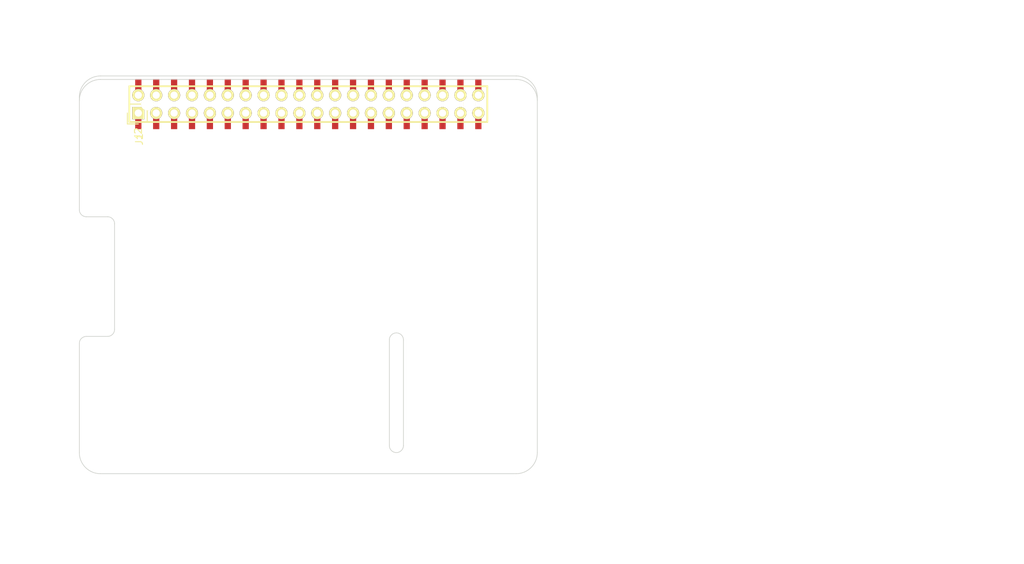
<source format=kicad_pcb>
(kicad_pcb (version 4) (host pcbnew 4.0.7)

  (general
    (links 0)
    (no_connects 0)
    (area -10.421428 -10.7 133.92857 69.475)
    (thickness 1.6)
    (drawings 40)
    (tracks 0)
    (zones 0)
    (modules 6)
    (nets 81)
  )

  (page A4)
  (layers
    (0 F.Cu signal)
    (31 B.Cu signal)
    (32 B.Adhes user)
    (33 F.Adhes user)
    (34 B.Paste user)
    (35 F.Paste user)
    (36 B.SilkS user)
    (37 F.SilkS user)
    (38 B.Mask user)
    (39 F.Mask user)
    (40 Dwgs.User user)
    (41 Cmts.User user)
    (42 Eco1.User user)
    (43 Eco2.User user)
    (44 Edge.Cuts user)
    (45 Margin user)
    (46 B.CrtYd user)
    (47 F.CrtYd user)
    (48 B.Fab user)
    (49 F.Fab user)
  )

  (setup
    (last_trace_width 0.25)
    (user_trace_width 0.01)
    (user_trace_width 0.02)
    (user_trace_width 0.05)
    (user_trace_width 0.1)
    (user_trace_width 0.2)
    (trace_clearance 0.2)
    (zone_clearance 0.508)
    (zone_45_only no)
    (trace_min 0.01)
    (segment_width 0.2)
    (edge_width 0.1)
    (via_size 0.6)
    (via_drill 0.4)
    (via_min_size 0.4)
    (via_min_drill 0.3)
    (uvia_size 0.3)
    (uvia_drill 0.1)
    (uvias_allowed no)
    (uvia_min_size 0.2)
    (uvia_min_drill 0.1)
    (pcb_text_width 0.3)
    (pcb_text_size 1.5 1.5)
    (mod_edge_width 0.15)
    (mod_text_size 1 1)
    (mod_text_width 0.15)
    (pad_size 2.75 2.75)
    (pad_drill 2.75)
    (pad_to_mask_clearance 0)
    (aux_axis_origin 0 0)
    (visible_elements 7FFEFFFF)
    (pcbplotparams
      (layerselection 0x00030_80000001)
      (usegerberextensions false)
      (excludeedgelayer true)
      (linewidth 0.100000)
      (plotframeref false)
      (viasonmask false)
      (mode 1)
      (useauxorigin false)
      (hpglpennumber 1)
      (hpglpenspeed 20)
      (hpglpendiameter 15)
      (hpglpenoverlay 2)
      (psnegative false)
      (psa4output false)
      (plotreference true)
      (plotvalue true)
      (plotinvisibletext false)
      (padsonsilk false)
      (subtractmaskfromsilk false)
      (outputformat 1)
      (mirror false)
      (drillshape 0)
      (scaleselection 1)
      (outputdirectory meta/))
  )

  (net 0 "")
  (net 1 "Net-(J1-Pad34)")
  (net 2 "Net-(J1-Pad36)")
  (net 3 "Net-(J1-Pad40)")
  (net 4 "Net-(J1-Pad38)")
  (net 5 "Net-(J1-Pad18)")
  (net 6 "Net-(J1-Pad20)")
  (net 7 "Net-(J1-Pad24)")
  (net 8 "Net-(J1-Pad22)")
  (net 9 "Net-(J1-Pad30)")
  (net 10 "Net-(J1-Pad32)")
  (net 11 "Net-(J1-Pad28)")
  (net 12 "Net-(J1-Pad26)")
  (net 13 "Net-(J1-Pad10)")
  (net 14 "Net-(J1-Pad12)")
  (net 15 "Net-(J1-Pad16)")
  (net 16 "Net-(J1-Pad14)")
  (net 17 "Net-(J1-Pad6)")
  (net 18 "Net-(J1-Pad8)")
  (net 19 "Net-(J1-Pad4)")
  (net 20 "Net-(J1-Pad2)")
  (net 21 "Net-(J1-Pad39)")
  (net 22 "Net-(J1-Pad37)")
  (net 23 "Net-(J1-Pad33)")
  (net 24 "Net-(J1-Pad35)")
  (net 25 "Net-(J1-Pad27)")
  (net 26 "Net-(J1-Pad25)")
  (net 27 "Net-(J1-Pad29)")
  (net 28 "Net-(J1-Pad31)")
  (net 29 "Net-(J1-Pad23)")
  (net 30 "Net-(J1-Pad21)")
  (net 31 "Net-(J1-Pad17)")
  (net 32 "Net-(J1-Pad19)")
  (net 33 "Net-(J1-Pad3)")
  (net 34 "Net-(J1-Pad1)")
  (net 35 "Net-(J1-Pad5)")
  (net 36 "Net-(J1-Pad7)")
  (net 37 "Net-(J1-Pad15)")
  (net 38 "Net-(J1-Pad13)")
  (net 39 "Net-(J1-Pad9)")
  (net 40 "Net-(J1-Pad11)")
  (net 41 "Net-(J2-Pad1)")
  (net 42 "Net-(J2-Pad2)")
  (net 43 "Net-(J2-Pad3)")
  (net 44 "Net-(J2-Pad4)")
  (net 45 "Net-(J2-Pad5)")
  (net 46 "Net-(J2-Pad6)")
  (net 47 "Net-(J2-Pad7)")
  (net 48 "Net-(J2-Pad8)")
  (net 49 "Net-(J2-Pad9)")
  (net 50 "Net-(J2-Pad10)")
  (net 51 "Net-(J2-Pad11)")
  (net 52 "Net-(J2-Pad12)")
  (net 53 "Net-(J2-Pad13)")
  (net 54 "Net-(J2-Pad14)")
  (net 55 "Net-(J2-Pad15)")
  (net 56 "Net-(J2-Pad16)")
  (net 57 "Net-(J2-Pad17)")
  (net 58 "Net-(J2-Pad18)")
  (net 59 "Net-(J2-Pad19)")
  (net 60 "Net-(J2-Pad20)")
  (net 61 "Net-(J2-Pad21)")
  (net 62 "Net-(J2-Pad22)")
  (net 63 "Net-(J2-Pad23)")
  (net 64 "Net-(J2-Pad24)")
  (net 65 "Net-(J2-Pad25)")
  (net 66 "Net-(J2-Pad26)")
  (net 67 "Net-(J2-Pad27)")
  (net 68 "Net-(J2-Pad28)")
  (net 69 "Net-(J2-Pad29)")
  (net 70 "Net-(J2-Pad30)")
  (net 71 "Net-(J2-Pad31)")
  (net 72 "Net-(J2-Pad32)")
  (net 73 "Net-(J2-Pad33)")
  (net 74 "Net-(J2-Pad34)")
  (net 75 "Net-(J2-Pad35)")
  (net 76 "Net-(J2-Pad36)")
  (net 77 "Net-(J2-Pad37)")
  (net 78 "Net-(J2-Pad38)")
  (net 79 "Net-(J2-Pad39)")
  (net 80 "Net-(J2-Pad40)")

  (net_class Default "This is the default net class."
    (clearance 0.2)
    (trace_width 0.25)
    (via_dia 0.6)
    (via_drill 0.4)
    (uvia_dia 0.3)
    (uvia_drill 0.1)
    (add_net "Net-(J1-Pad1)")
    (add_net "Net-(J1-Pad10)")
    (add_net "Net-(J1-Pad11)")
    (add_net "Net-(J1-Pad12)")
    (add_net "Net-(J1-Pad13)")
    (add_net "Net-(J1-Pad14)")
    (add_net "Net-(J1-Pad15)")
    (add_net "Net-(J1-Pad16)")
    (add_net "Net-(J1-Pad17)")
    (add_net "Net-(J1-Pad18)")
    (add_net "Net-(J1-Pad19)")
    (add_net "Net-(J1-Pad2)")
    (add_net "Net-(J1-Pad20)")
    (add_net "Net-(J1-Pad21)")
    (add_net "Net-(J1-Pad22)")
    (add_net "Net-(J1-Pad23)")
    (add_net "Net-(J1-Pad24)")
    (add_net "Net-(J1-Pad25)")
    (add_net "Net-(J1-Pad26)")
    (add_net "Net-(J1-Pad27)")
    (add_net "Net-(J1-Pad28)")
    (add_net "Net-(J1-Pad29)")
    (add_net "Net-(J1-Pad3)")
    (add_net "Net-(J1-Pad30)")
    (add_net "Net-(J1-Pad31)")
    (add_net "Net-(J1-Pad32)")
    (add_net "Net-(J1-Pad33)")
    (add_net "Net-(J1-Pad34)")
    (add_net "Net-(J1-Pad35)")
    (add_net "Net-(J1-Pad36)")
    (add_net "Net-(J1-Pad37)")
    (add_net "Net-(J1-Pad38)")
    (add_net "Net-(J1-Pad39)")
    (add_net "Net-(J1-Pad4)")
    (add_net "Net-(J1-Pad40)")
    (add_net "Net-(J1-Pad5)")
    (add_net "Net-(J1-Pad6)")
    (add_net "Net-(J1-Pad7)")
    (add_net "Net-(J1-Pad8)")
    (add_net "Net-(J1-Pad9)")
    (add_net "Net-(J2-Pad1)")
    (add_net "Net-(J2-Pad10)")
    (add_net "Net-(J2-Pad11)")
    (add_net "Net-(J2-Pad12)")
    (add_net "Net-(J2-Pad13)")
    (add_net "Net-(J2-Pad14)")
    (add_net "Net-(J2-Pad15)")
    (add_net "Net-(J2-Pad16)")
    (add_net "Net-(J2-Pad17)")
    (add_net "Net-(J2-Pad18)")
    (add_net "Net-(J2-Pad19)")
    (add_net "Net-(J2-Pad2)")
    (add_net "Net-(J2-Pad20)")
    (add_net "Net-(J2-Pad21)")
    (add_net "Net-(J2-Pad22)")
    (add_net "Net-(J2-Pad23)")
    (add_net "Net-(J2-Pad24)")
    (add_net "Net-(J2-Pad25)")
    (add_net "Net-(J2-Pad26)")
    (add_net "Net-(J2-Pad27)")
    (add_net "Net-(J2-Pad28)")
    (add_net "Net-(J2-Pad29)")
    (add_net "Net-(J2-Pad3)")
    (add_net "Net-(J2-Pad30)")
    (add_net "Net-(J2-Pad31)")
    (add_net "Net-(J2-Pad32)")
    (add_net "Net-(J2-Pad33)")
    (add_net "Net-(J2-Pad34)")
    (add_net "Net-(J2-Pad35)")
    (add_net "Net-(J2-Pad36)")
    (add_net "Net-(J2-Pad37)")
    (add_net "Net-(J2-Pad38)")
    (add_net "Net-(J2-Pad39)")
    (add_net "Net-(J2-Pad4)")
    (add_net "Net-(J2-Pad40)")
    (add_net "Net-(J2-Pad5)")
    (add_net "Net-(J2-Pad6)")
    (add_net "Net-(J2-Pad7)")
    (add_net "Net-(J2-Pad8)")
    (add_net "Net-(J2-Pad9)")
  )

  (module RPi_Hat:Pin_Header_Straight_2x20 locked (layer F.Cu) (tedit 551989BF) (tstamp 5516AEA0)
    (at 109.081 76.771 90)
    (descr "Through hole pin header")
    (tags "pin header")
    (path /5515D395/5516AE26)
    (fp_text reference J2 (at -4.191 -24.13 270) (layer F.SilkS)
      (effects (font (size 1 1) (thickness 0.15)))
    )
    (fp_text value RPi_GPIO (at -1.27 -27.23 90) (layer F.Fab)
      (effects (font (size 1 1) (thickness 0.15)))
    )
    (fp_line (start -3.02 -25.88) (end -3.02 25.92) (layer F.CrtYd) (width 0.05))
    (fp_line (start 3.03 -25.88) (end 3.03 25.92) (layer F.CrtYd) (width 0.05))
    (fp_line (start -3.02 -25.88) (end 3.03 -25.88) (layer F.CrtYd) (width 0.05))
    (fp_line (start -3.02 25.92) (end 3.03 25.92) (layer F.CrtYd) (width 0.05))
    (fp_line (start 2.54 25.4) (end 2.54 -25.4) (layer F.SilkS) (width 0.15))
    (fp_line (start -2.54 -22.86) (end -2.54 25.4) (layer F.SilkS) (width 0.15))
    (fp_line (start 2.54 25.4) (end -2.54 25.4) (layer F.SilkS) (width 0.15))
    (fp_line (start 2.54 -25.4) (end 0 -25.4) (layer F.SilkS) (width 0.15))
    (fp_line (start -1.27 -25.68) (end -2.82 -25.68) (layer F.SilkS) (width 0.15))
    (fp_line (start 0 -25.4) (end 0 -22.86) (layer F.SilkS) (width 0.15))
    (fp_line (start 0 -22.86) (end -2.54 -22.86) (layer F.SilkS) (width 0.15))
    (fp_line (start -2.82 -25.68) (end -2.82 -24.13) (layer F.SilkS) (width 0.15))
    (pad 1 thru_hole rect (at -1.27 -24.13 90) (size 1.7272 1.7272) (drill 1.016) (layers *.Cu *.Mask F.SilkS)
      (net 41 "Net-(J2-Pad1)"))
    (pad 2 thru_hole oval (at 1.27 -24.13 90) (size 1.7272 1.7272) (drill 1.016) (layers *.Cu *.Mask F.SilkS)
      (net 42 "Net-(J2-Pad2)"))
    (pad 3 thru_hole oval (at -1.27 -21.59 90) (size 1.7272 1.7272) (drill 1.016) (layers *.Cu *.Mask F.SilkS)
      (net 43 "Net-(J2-Pad3)"))
    (pad 4 thru_hole oval (at 1.27 -21.59 90) (size 1.7272 1.7272) (drill 1.016) (layers *.Cu *.Mask F.SilkS)
      (net 44 "Net-(J2-Pad4)"))
    (pad 5 thru_hole oval (at -1.27 -19.05 90) (size 1.7272 1.7272) (drill 1.016) (layers *.Cu *.Mask F.SilkS)
      (net 45 "Net-(J2-Pad5)"))
    (pad 6 thru_hole oval (at 1.27 -19.05 90) (size 1.7272 1.7272) (drill 1.016) (layers *.Cu *.Mask F.SilkS)
      (net 46 "Net-(J2-Pad6)"))
    (pad 7 thru_hole oval (at -1.27 -16.51 90) (size 1.7272 1.7272) (drill 1.016) (layers *.Cu *.Mask F.SilkS)
      (net 47 "Net-(J2-Pad7)"))
    (pad 8 thru_hole oval (at 1.27 -16.51 90) (size 1.7272 1.7272) (drill 1.016) (layers *.Cu *.Mask F.SilkS)
      (net 48 "Net-(J2-Pad8)"))
    (pad 9 thru_hole oval (at -1.27 -13.97 90) (size 1.7272 1.7272) (drill 1.016) (layers *.Cu *.Mask F.SilkS)
      (net 49 "Net-(J2-Pad9)"))
    (pad 10 thru_hole oval (at 1.27 -13.97 90) (size 1.7272 1.7272) (drill 1.016) (layers *.Cu *.Mask F.SilkS)
      (net 50 "Net-(J2-Pad10)"))
    (pad 11 thru_hole oval (at -1.27 -11.43 90) (size 1.7272 1.7272) (drill 1.016) (layers *.Cu *.Mask F.SilkS)
      (net 51 "Net-(J2-Pad11)"))
    (pad 12 thru_hole oval (at 1.27 -11.43 90) (size 1.7272 1.7272) (drill 1.016) (layers *.Cu *.Mask F.SilkS)
      (net 52 "Net-(J2-Pad12)"))
    (pad 13 thru_hole oval (at -1.27 -8.89 90) (size 1.7272 1.7272) (drill 1.016) (layers *.Cu *.Mask F.SilkS)
      (net 53 "Net-(J2-Pad13)"))
    (pad 14 thru_hole oval (at 1.27 -8.89 90) (size 1.7272 1.7272) (drill 1.016) (layers *.Cu *.Mask F.SilkS)
      (net 54 "Net-(J2-Pad14)"))
    (pad 15 thru_hole oval (at -1.27 -6.35 90) (size 1.7272 1.7272) (drill 1.016) (layers *.Cu *.Mask F.SilkS)
      (net 55 "Net-(J2-Pad15)"))
    (pad 16 thru_hole oval (at 1.27 -6.35 90) (size 1.7272 1.7272) (drill 1.016) (layers *.Cu *.Mask F.SilkS)
      (net 56 "Net-(J2-Pad16)"))
    (pad 17 thru_hole oval (at -1.27 -3.81 90) (size 1.7272 1.7272) (drill 1.016) (layers *.Cu *.Mask F.SilkS)
      (net 57 "Net-(J2-Pad17)"))
    (pad 18 thru_hole oval (at 1.27 -3.81 90) (size 1.7272 1.7272) (drill 1.016) (layers *.Cu *.Mask F.SilkS)
      (net 58 "Net-(J2-Pad18)"))
    (pad 19 thru_hole oval (at -1.27 -1.27 90) (size 1.7272 1.7272) (drill 1.016) (layers *.Cu *.Mask F.SilkS)
      (net 59 "Net-(J2-Pad19)"))
    (pad 20 thru_hole oval (at 1.27 -1.27 90) (size 1.7272 1.7272) (drill 1.016) (layers *.Cu *.Mask F.SilkS)
      (net 60 "Net-(J2-Pad20)"))
    (pad 21 thru_hole oval (at -1.27 1.27 90) (size 1.7272 1.7272) (drill 1.016) (layers *.Cu *.Mask F.SilkS)
      (net 61 "Net-(J2-Pad21)"))
    (pad 22 thru_hole oval (at 1.27 1.27 90) (size 1.7272 1.7272) (drill 1.016) (layers *.Cu *.Mask F.SilkS)
      (net 62 "Net-(J2-Pad22)"))
    (pad 23 thru_hole oval (at -1.27 3.81 90) (size 1.7272 1.7272) (drill 1.016) (layers *.Cu *.Mask F.SilkS)
      (net 63 "Net-(J2-Pad23)"))
    (pad 24 thru_hole oval (at 1.27 3.81 90) (size 1.7272 1.7272) (drill 1.016) (layers *.Cu *.Mask F.SilkS)
      (net 64 "Net-(J2-Pad24)"))
    (pad 25 thru_hole oval (at -1.27 6.35 90) (size 1.7272 1.7272) (drill 1.016) (layers *.Cu *.Mask F.SilkS)
      (net 65 "Net-(J2-Pad25)"))
    (pad 26 thru_hole oval (at 1.27 6.35 90) (size 1.7272 1.7272) (drill 1.016) (layers *.Cu *.Mask F.SilkS)
      (net 66 "Net-(J2-Pad26)"))
    (pad 27 thru_hole oval (at -1.27 8.89 90) (size 1.7272 1.7272) (drill 1.016) (layers *.Cu *.Mask F.SilkS)
      (net 67 "Net-(J2-Pad27)"))
    (pad 28 thru_hole oval (at 1.27 8.89 90) (size 1.7272 1.7272) (drill 1.016) (layers *.Cu *.Mask F.SilkS)
      (net 68 "Net-(J2-Pad28)"))
    (pad 29 thru_hole oval (at -1.27 11.43 90) (size 1.7272 1.7272) (drill 1.016) (layers *.Cu *.Mask F.SilkS)
      (net 69 "Net-(J2-Pad29)"))
    (pad 30 thru_hole oval (at 1.27 11.43 90) (size 1.7272 1.7272) (drill 1.016) (layers *.Cu *.Mask F.SilkS)
      (net 70 "Net-(J2-Pad30)"))
    (pad 31 thru_hole oval (at -1.27 13.97 90) (size 1.7272 1.7272) (drill 1.016) (layers *.Cu *.Mask F.SilkS)
      (net 71 "Net-(J2-Pad31)"))
    (pad 32 thru_hole oval (at 1.27 13.97 90) (size 1.7272 1.7272) (drill 1.016) (layers *.Cu *.Mask F.SilkS)
      (net 72 "Net-(J2-Pad32)"))
    (pad 33 thru_hole oval (at -1.27 16.51 90) (size 1.7272 1.7272) (drill 1.016) (layers *.Cu *.Mask F.SilkS)
      (net 73 "Net-(J2-Pad33)"))
    (pad 34 thru_hole oval (at 1.27 16.51 90) (size 1.7272 1.7272) (drill 1.016) (layers *.Cu *.Mask F.SilkS)
      (net 74 "Net-(J2-Pad34)"))
    (pad 35 thru_hole oval (at -1.27 19.05 90) (size 1.7272 1.7272) (drill 1.016) (layers *.Cu *.Mask F.SilkS)
      (net 75 "Net-(J2-Pad35)"))
    (pad 36 thru_hole oval (at 1.27 19.05 90) (size 1.7272 1.7272) (drill 1.016) (layers *.Cu *.Mask F.SilkS)
      (net 76 "Net-(J2-Pad36)"))
    (pad 37 thru_hole oval (at -1.27 21.59 90) (size 1.7272 1.7272) (drill 1.016) (layers *.Cu *.Mask F.SilkS)
      (net 77 "Net-(J2-Pad37)"))
    (pad 38 thru_hole oval (at 1.27 21.59 90) (size 1.7272 1.7272) (drill 1.016) (layers *.Cu *.Mask F.SilkS)
      (net 78 "Net-(J2-Pad38)"))
    (pad 39 thru_hole oval (at -1.27 24.13 90) (size 1.7272 1.7272) (drill 1.016) (layers *.Cu *.Mask F.SilkS)
      (net 79 "Net-(J2-Pad39)"))
    (pad 40 thru_hole oval (at 1.27 24.13 90) (size 1.7272 1.7272) (drill 1.016) (layers *.Cu *.Mask F.SilkS)
      (net 80 "Net-(J2-Pad40)"))
    (model Pin_Headers.3dshapes/Pin_Header_Straight_2x20.wrl
      (at (xyz 0 0 0))
      (scale (xyz 1 1 1))
      (rotate (xyz 0 0 90))
    )
  )

  (module RPi_Hat:Samtec_HLE-120-02-XXX-DV-BE-XX-XX locked (layer F.Cu) (tedit 55198B5B) (tstamp 55174A29)
    (at 109.081 76.771 90)
    (path /5515D395/5515D39E)
    (fp_text reference J1 (at -5 -24 90) (layer F.SilkS)
      (effects (font (size 1 1) (thickness 0.15)))
    )
    (fp_text value RPi_GPIO (at 5.08 0 360) (layer F.Fab)
      (effects (font (size 1 1) (thickness 0.15)))
    )
    (fp_line (start 2.54 25.4) (end -2.54 25.4) (layer F.SilkS) (width 0.254))
    (fp_line (start -2.54 25.4) (end -2.54 -25.4) (layer F.SilkS) (width 0.254))
    (fp_line (start -2.54 -25.4) (end 2.54 -25.4) (layer F.SilkS) (width 0.254))
    (fp_line (start 2.54 -25.4) (end 2.54 25.4) (layer F.SilkS) (width 0.254))
    (pad 34 smd rect (at 2.7178 16.51 180) (size 0.889 1.6764) (layers F.Cu F.Paste F.Mask)
      (net 1 "Net-(J1-Pad34)"))
    (pad 36 smd rect (at 2.7178 19.05 180) (size 0.889 1.6764) (layers F.Cu F.Paste F.Mask)
      (net 2 "Net-(J1-Pad36)"))
    (pad 40 smd rect (at 2.7178 24.13 180) (size 0.889 1.6764) (layers F.Cu F.Paste F.Mask)
      (net 3 "Net-(J1-Pad40)"))
    (pad 38 smd rect (at 2.7178 21.59 180) (size 0.889 1.6764) (layers F.Cu F.Paste F.Mask)
      (net 4 "Net-(J1-Pad38)"))
    (pad 18 smd rect (at 2.7178 -3.81 180) (size 0.889 1.6764) (layers F.Cu F.Paste F.Mask)
      (net 5 "Net-(J1-Pad18)"))
    (pad 20 smd rect (at 2.7178 -1.27 180) (size 0.889 1.6764) (layers F.Cu F.Paste F.Mask)
      (net 6 "Net-(J1-Pad20)"))
    (pad 24 smd rect (at 2.7178 3.81 180) (size 0.889 1.6764) (layers F.Cu F.Paste F.Mask)
      (net 7 "Net-(J1-Pad24)"))
    (pad 22 smd rect (at 2.7178 1.27 180) (size 0.889 1.6764) (layers F.Cu F.Paste F.Mask)
      (net 8 "Net-(J1-Pad22)"))
    (pad 30 smd rect (at 2.7178 11.43 180) (size 0.889 1.6764) (layers F.Cu F.Paste F.Mask)
      (net 9 "Net-(J1-Pad30)"))
    (pad 32 smd rect (at 2.7178 13.97 180) (size 0.889 1.6764) (layers F.Cu F.Paste F.Mask)
      (net 10 "Net-(J1-Pad32)"))
    (pad 28 smd rect (at 2.7178 8.89 180) (size 0.889 1.6764) (layers F.Cu F.Paste F.Mask)
      (net 11 "Net-(J1-Pad28)"))
    (pad 26 smd rect (at 2.7178 6.35 180) (size 0.889 1.6764) (layers F.Cu F.Paste F.Mask)
      (net 12 "Net-(J1-Pad26)"))
    (pad 10 smd rect (at 2.7178 -13.97 180) (size 0.889 1.6764) (layers F.Cu F.Paste F.Mask)
      (net 13 "Net-(J1-Pad10)"))
    (pad 12 smd rect (at 2.7178 -11.43 180) (size 0.889 1.6764) (layers F.Cu F.Paste F.Mask)
      (net 14 "Net-(J1-Pad12)"))
    (pad 16 smd rect (at 2.7178 -6.35 180) (size 0.889 1.6764) (layers F.Cu F.Paste F.Mask)
      (net 15 "Net-(J1-Pad16)"))
    (pad 14 smd rect (at 2.7178 -8.89 180) (size 0.889 1.6764) (layers F.Cu F.Paste F.Mask)
      (net 16 "Net-(J1-Pad14)"))
    (pad 6 smd rect (at 2.7178 -19.05 180) (size 0.889 1.6764) (layers F.Cu F.Paste F.Mask)
      (net 17 "Net-(J1-Pad6)"))
    (pad 8 smd rect (at 2.7178 -16.51 180) (size 0.889 1.6764) (layers F.Cu F.Paste F.Mask)
      (net 18 "Net-(J1-Pad8)"))
    (pad 4 smd rect (at 2.7178 -21.59 180) (size 0.889 1.6764) (layers F.Cu F.Paste F.Mask)
      (net 19 "Net-(J1-Pad4)"))
    (pad 2 smd rect (at 2.7178 -24.13 180) (size 0.889 1.6764) (layers F.Cu F.Paste F.Mask)
      (net 20 "Net-(J1-Pad2)"))
    (pad 39 smd rect (at -2.7178 24.13 180) (size 0.889 1.6764) (layers F.Cu F.Paste F.Mask)
      (net 21 "Net-(J1-Pad39)"))
    (pad 37 smd rect (at -2.7178 21.59 180) (size 0.889 1.6764) (layers F.Cu F.Paste F.Mask)
      (net 22 "Net-(J1-Pad37)"))
    (pad 33 smd rect (at -2.7178 16.51 180) (size 0.889 1.6764) (layers F.Cu F.Paste F.Mask)
      (net 23 "Net-(J1-Pad33)"))
    (pad 35 smd rect (at -2.7178 19.05 180) (size 0.889 1.6764) (layers F.Cu F.Paste F.Mask)
      (net 24 "Net-(J1-Pad35)"))
    (pad 27 smd rect (at -2.7178 8.89 180) (size 0.889 1.6764) (layers F.Cu F.Paste F.Mask)
      (net 25 "Net-(J1-Pad27)"))
    (pad 25 smd rect (at -2.7178 6.35 180) (size 0.889 1.6764) (layers F.Cu F.Paste F.Mask)
      (net 26 "Net-(J1-Pad25)"))
    (pad 29 smd rect (at -2.7178 11.43 180) (size 0.889 1.6764) (layers F.Cu F.Paste F.Mask)
      (net 27 "Net-(J1-Pad29)"))
    (pad 31 smd rect (at -2.7178 13.97 180) (size 0.889 1.6764) (layers F.Cu F.Paste F.Mask)
      (net 28 "Net-(J1-Pad31)"))
    (pad 23 smd rect (at -2.7178 3.81 180) (size 0.889 1.6764) (layers F.Cu F.Paste F.Mask)
      (net 29 "Net-(J1-Pad23)"))
    (pad 21 smd rect (at -2.7178 1.27 180) (size 0.889 1.6764) (layers F.Cu F.Paste F.Mask)
      (net 30 "Net-(J1-Pad21)"))
    (pad 17 smd rect (at -2.7178 -3.81 180) (size 0.889 1.6764) (layers F.Cu F.Paste F.Mask)
      (net 31 "Net-(J1-Pad17)"))
    (pad 19 smd rect (at -2.7178 -1.27 180) (size 0.889 1.6764) (layers F.Cu F.Paste F.Mask)
      (net 32 "Net-(J1-Pad19)"))
    (pad 3 smd rect (at -2.7178 -21.59 180) (size 0.889 1.6764) (layers F.Cu F.Paste F.Mask)
      (net 33 "Net-(J1-Pad3)"))
    (pad 1 smd rect (at -2.7178 -24.13 180) (size 0.889 1.6764) (layers F.Cu F.Paste F.Mask)
      (net 34 "Net-(J1-Pad1)"))
    (pad 5 smd rect (at -2.7178 -19.05 180) (size 0.889 1.6764) (layers F.Cu F.Paste F.Mask)
      (net 35 "Net-(J1-Pad5)"))
    (pad 7 smd rect (at -2.7178 -16.51 180) (size 0.889 1.6764) (layers F.Cu F.Paste F.Mask)
      (net 36 "Net-(J1-Pad7)"))
    (pad 15 smd rect (at -2.7178 -6.35 180) (size 0.889 1.6764) (layers F.Cu F.Paste F.Mask)
      (net 37 "Net-(J1-Pad15)"))
    (pad 13 smd rect (at -2.7178 -8.89 180) (size 0.889 1.6764) (layers F.Cu F.Paste F.Mask)
      (net 38 "Net-(J1-Pad13)"))
    (pad "" np_thru_hole circle (at -1.27 3.81) (size 0.9652 0.9652) (drill 0.9652) (layers *.Cu *.Mask F.SilkS))
    (pad "" np_thru_hole circle (at -1.27 1.27) (size 0.9652 0.9652) (drill 0.9652) (layers *.Cu *.Mask F.SilkS))
    (pad "" np_thru_hole circle (at -1.27 6.35) (size 0.9652 0.9652) (drill 0.9652) (layers *.Cu *.Mask F.SilkS))
    (pad "" np_thru_hole circle (at -1.27 8.89) (size 0.9652 0.9652) (drill 0.9652) (layers *.Cu *.Mask F.SilkS))
    (pad "" np_thru_hole circle (at -1.27 19.05) (size 0.9652 0.9652) (drill 0.9652) (layers *.Cu *.Mask F.SilkS))
    (pad "" np_thru_hole circle (at -1.27 16.51) (size 0.9652 0.9652) (drill 0.9652) (layers *.Cu *.Mask F.SilkS))
    (pad "" np_thru_hole circle (at -1.27 11.43) (size 0.9652 0.9652) (drill 0.9652) (layers *.Cu *.Mask F.SilkS))
    (pad "" np_thru_hole circle (at -1.27 13.97) (size 0.9652 0.9652) (drill 0.9652) (layers *.Cu *.Mask F.SilkS))
    (pad "" np_thru_hole circle (at -1.27 21.59) (size 0.9652 0.9652) (drill 0.9652) (layers *.Cu *.Mask F.SilkS))
    (pad "" np_thru_hole circle (at -1.27 24.13) (size 0.9652 0.9652) (drill 0.9652) (layers *.Cu *.Mask F.SilkS))
    (pad "" np_thru_hole circle (at -1.27 -1.27) (size 0.9652 0.9652) (drill 0.9652) (layers *.Cu *.Mask F.SilkS))
    (pad "" np_thru_hole circle (at -1.27 -3.81) (size 0.9652 0.9652) (drill 0.9652) (layers *.Cu *.Mask F.SilkS))
    (pad "" np_thru_hole circle (at -1.27 -11.43) (size 0.9652 0.9652) (drill 0.9652) (layers *.Cu *.Mask F.SilkS))
    (pad "" np_thru_hole circle (at -1.27 -13.97) (size 0.9652 0.9652) (drill 0.9652) (layers *.Cu *.Mask F.SilkS))
    (pad "" np_thru_hole circle (at -1.27 -8.89) (size 0.9652 0.9652) (drill 0.9652) (layers *.Cu *.Mask F.SilkS))
    (pad "" np_thru_hole circle (at -1.27 -6.35) (size 0.9652 0.9652) (drill 0.9652) (layers *.Cu *.Mask F.SilkS))
    (pad "" np_thru_hole circle (at -1.27 -16.51) (size 0.9652 0.9652) (drill 0.9652) (layers *.Cu *.Mask F.SilkS))
    (pad "" np_thru_hole circle (at -1.27 -19.05) (size 0.9652 0.9652) (drill 0.9652) (layers *.Cu *.Mask F.SilkS))
    (pad "" np_thru_hole circle (at -1.27 -24.13) (size 0.9652 0.9652) (drill 0.9652) (layers *.Cu *.Mask F.SilkS))
    (pad "" np_thru_hole circle (at -1.27 -21.59) (size 0.9652 0.9652) (drill 0.9652) (layers *.Cu *.Mask F.SilkS))
    (pad "" np_thru_hole circle (at 1.27 -21.59) (size 0.9652 0.9652) (drill 0.9652) (layers *.Cu *.Mask F.SilkS))
    (pad "" np_thru_hole circle (at 1.27 -24.13) (size 0.9652 0.9652) (drill 0.9652) (layers *.Cu *.Mask F.SilkS))
    (pad "" np_thru_hole circle (at 1.27 -19.05) (size 0.9652 0.9652) (drill 0.9652) (layers *.Cu *.Mask F.SilkS))
    (pad "" np_thru_hole circle (at 1.27 -16.51) (size 0.9652 0.9652) (drill 0.9652) (layers *.Cu *.Mask F.SilkS))
    (pad "" np_thru_hole circle (at 1.27 -6.35) (size 0.9652 0.9652) (drill 0.9652) (layers *.Cu *.Mask F.SilkS))
    (pad "" np_thru_hole circle (at 1.27 -8.89) (size 0.9652 0.9652) (drill 0.9652) (layers *.Cu *.Mask F.SilkS))
    (pad "" np_thru_hole circle (at 1.27 -13.97) (size 0.9652 0.9652) (drill 0.9652) (layers *.Cu *.Mask F.SilkS))
    (pad "" np_thru_hole circle (at 1.27 -11.43) (size 0.9652 0.9652) (drill 0.9652) (layers *.Cu *.Mask F.SilkS))
    (pad "" np_thru_hole circle (at 1.27 -3.81) (size 0.9652 0.9652) (drill 0.9652) (layers *.Cu *.Mask F.SilkS))
    (pad "" np_thru_hole circle (at 1.27 -1.27) (size 0.9652 0.9652) (drill 0.9652) (layers *.Cu *.Mask F.SilkS))
    (pad "" np_thru_hole circle (at 1.27 24.13) (size 0.9652 0.9652) (drill 0.9652) (layers *.Cu *.Mask F.SilkS))
    (pad "" np_thru_hole circle (at 1.27 21.59) (size 0.9652 0.9652) (drill 0.9652) (layers *.Cu *.Mask F.SilkS))
    (pad "" np_thru_hole circle (at 1.27 13.97) (size 0.9652 0.9652) (drill 0.9652) (layers *.Cu *.Mask F.SilkS))
    (pad "" np_thru_hole circle (at 1.27 11.43) (size 0.9652 0.9652) (drill 0.9652) (layers *.Cu *.Mask F.SilkS))
    (pad "" np_thru_hole circle (at 1.27 16.51) (size 0.9652 0.9652) (drill 0.9652) (layers *.Cu *.Mask F.SilkS))
    (pad "" np_thru_hole circle (at 1.27 19.05) (size 0.9652 0.9652) (drill 0.9652) (layers *.Cu *.Mask F.SilkS))
    (pad "" np_thru_hole circle (at 1.27 8.89) (size 0.9652 0.9652) (drill 0.9652) (layers *.Cu *.Mask F.SilkS))
    (pad "" np_thru_hole circle (at 1.27 6.35) (size 0.9652 0.9652) (drill 0.9652) (layers *.Cu *.Mask F.SilkS))
    (pad "" np_thru_hole circle (at 1.27 1.27) (size 0.9652 0.9652) (drill 0.9652) (layers *.Cu *.Mask F.SilkS))
    (pad "" np_thru_hole circle (at 1.27 3.81) (size 0.9652 0.9652) (drill 0.9652) (layers *.Cu *.Mask F.SilkS))
    (pad 9 smd rect (at -2.7178 -13.97 180) (size 0.889 1.6764) (layers F.Cu F.Paste F.Mask)
      (net 39 "Net-(J1-Pad9)"))
    (pad 11 smd rect (at -2.7178 -11.43 180) (size 0.889 1.6764) (layers F.Cu F.Paste F.Mask)
      (net 40 "Net-(J1-Pad11)"))
    (pad "" np_thru_hole circle (at 0 -22.86) (size 1.778 1.778) (drill 1.778) (layers *.Cu *.Mask F.SilkS))
    (pad "" np_thru_hole circle (at 0 22.86) (size 1.778 1.778) (drill 1.778) (layers *.Cu *.Mask F.SilkS))
  )

  (module RPi_Hat:RPi_Hat_Mounting_Hole locked (layer F.Cu) (tedit 55217C7B) (tstamp 5515DEA9)
    (at 138.081 76.771)
    (descr "Mounting hole, Befestigungsbohrung, 2,7mm, No Annular, Kein Restring,")
    (tags "Mounting hole, Befestigungsbohrung, 2,7mm, No Annular, Kein Restring,")
    (fp_text reference "" (at 0 -4.0005) (layer F.SilkS) hide
      (effects (font (size 1 1) (thickness 0.15)))
    )
    (fp_text value "" (at 0.09906 3.59918) (layer F.Fab) hide
      (effects (font (size 1 1) (thickness 0.15)))
    )
    (fp_circle (center 0 0) (end 1.375 0) (layer F.Fab) (width 0.15))
    (fp_circle (center 0 0) (end 3.1 0) (layer F.Fab) (width 0.15))
    (fp_circle (center 0 0) (end 3.1 0) (layer B.Fab) (width 0.15))
    (fp_circle (center 0 0) (end 1.375 0) (layer B.Fab) (width 0.15))
    (fp_circle (center 0 0) (end 3.1 0) (layer F.CrtYd) (width 0.15))
    (fp_circle (center 0 0) (end 3.1 0) (layer B.CrtYd) (width 0.15))
    (pad "" np_thru_hole circle (at 0 0) (size 2.75 2.75) (drill 2.75) (layers *.Cu *.Mask)
      (solder_mask_margin 1.725) (clearance 1.725))
  )

  (module RPi_Hat:RPi_Hat_Mounting_Hole locked (layer F.Cu) (tedit 55217CCB) (tstamp 55169DC9)
    (at 138.081 125.771)
    (descr "Mounting hole, Befestigungsbohrung, 2,7mm, No Annular, Kein Restring,")
    (tags "Mounting hole, Befestigungsbohrung, 2,7mm, No Annular, Kein Restring,")
    (fp_text reference "" (at 0 -4.0005) (layer F.SilkS) hide
      (effects (font (size 1 1) (thickness 0.15)))
    )
    (fp_text value "" (at 0.09906 3.59918) (layer F.Fab) hide
      (effects (font (size 1 1) (thickness 0.15)))
    )
    (fp_circle (center 0 0) (end 1.375 0) (layer F.Fab) (width 0.15))
    (fp_circle (center 0 0) (end 3.1 0) (layer F.Fab) (width 0.15))
    (fp_circle (center 0 0) (end 3.1 0) (layer B.Fab) (width 0.15))
    (fp_circle (center 0 0) (end 1.375 0) (layer B.Fab) (width 0.15))
    (fp_circle (center 0 0) (end 3.1 0) (layer F.CrtYd) (width 0.15))
    (fp_circle (center 0 0) (end 3.1 0) (layer B.CrtYd) (width 0.15))
    (pad "" np_thru_hole circle (at 0 0) (size 2.75 2.75) (drill 2.75) (layers *.Cu *.Mask)
      (solder_mask_margin 1.725) (clearance 1.725))
  )

  (module RPi_Hat:RPi_Hat_Mounting_Hole locked (layer F.Cu) (tedit 55217CB9) (tstamp 5515DECC)
    (at 80.081 125.771)
    (descr "Mounting hole, Befestigungsbohrung, 2,7mm, No Annular, Kein Restring,")
    (tags "Mounting hole, Befestigungsbohrung, 2,7mm, No Annular, Kein Restring,")
    (fp_text reference "" (at 0 -4.0005) (layer F.SilkS) hide
      (effects (font (size 1 1) (thickness 0.15)))
    )
    (fp_text value "" (at 0.09906 3.59918) (layer F.Fab) hide
      (effects (font (size 1 1) (thickness 0.15)))
    )
    (fp_circle (center 0 0) (end 1.375 0) (layer F.Fab) (width 0.15))
    (fp_circle (center 0 0) (end 3.1 0) (layer F.Fab) (width 0.15))
    (fp_circle (center 0 0) (end 3.1 0) (layer B.Fab) (width 0.15))
    (fp_circle (center 0 0) (end 1.375 0) (layer B.Fab) (width 0.15))
    (fp_circle (center 0 0) (end 3.1 0) (layer F.CrtYd) (width 0.15))
    (fp_circle (center 0 0) (end 3.1 0) (layer B.CrtYd) (width 0.15))
    (pad "" np_thru_hole circle (at 0 0) (size 2.75 2.75) (drill 2.75) (layers *.Cu *.Mask)
      (solder_mask_margin 1.725) (clearance 1.725))
  )

  (module RPi_Hat:RPi_Hat_Mounting_Hole locked (layer F.Cu) (tedit 55217CA2) (tstamp 5515DEBF)
    (at 80.081 76.771)
    (descr "Mounting hole, Befestigungsbohrung, 2,7mm, No Annular, Kein Restring,")
    (tags "Mounting hole, Befestigungsbohrung, 2,7mm, No Annular, Kein Restring,")
    (fp_text reference "" (at 0 -4.0005) (layer F.SilkS) hide
      (effects (font (size 1 1) (thickness 0.15)))
    )
    (fp_text value "" (at 0.09906 3.59918) (layer F.Fab) hide
      (effects (font (size 1 1) (thickness 0.15)))
    )
    (fp_circle (center 0 0) (end 1.375 0) (layer F.Fab) (width 0.15))
    (fp_circle (center 0 0) (end 3.1 0) (layer F.Fab) (width 0.15))
    (fp_circle (center 0 0) (end 3.1 0) (layer B.Fab) (width 0.15))
    (fp_circle (center 0 0) (end 1.375 0) (layer B.Fab) (width 0.15))
    (fp_circle (center 0 0) (end 3.1 0) (layer F.CrtYd) (width 0.15))
    (fp_circle (center 0 0) (end 3.1 0) (layer B.CrtYd) (width 0.15))
    (pad "" np_thru_hole circle (at 0 0) (size 2.75 2.75) (drill 2.75) (layers *.Cu *.Mask)
      (solder_mask_margin 1.725) (clearance 1.725))
  )

  (gr_text "Select one of these board edges depending \nupon the type of socket that is used." (at 159.081 73.271) (layer Cmts.User)
    (effects (font (size 1.5 1.5) (thickness 0.15)) (justify left))
  )
  (gr_text "Dimensions taken from\nhttps://github.com/raspberrypi/hats/blob/master/hat-board-mechanical.pdf" (at 113.081 139.771) (layer Cmts.User)
    (effects (font (size 1.5 1.5) (thickness 0.15) italic))
  )
  (dimension 56 (width 0.15) (layer Dwgs.User)
    (gr_text "56 mm (Thru-hole socket J2)" (at 151.931 101.271 270) (layer Dwgs.User)
      (effects (font (size 1.5 1.5) (thickness 0.15)))
    )
    (feature1 (pts (xy 142.581 129.271) (xy 153.281 129.271)))
    (feature2 (pts (xy 142.581 73.271) (xy 153.281 73.271)))
    (crossbar (pts (xy 150.581 73.271) (xy 150.581 129.271)))
    (arrow1a (pts (xy 150.581 129.271) (xy 149.994579 128.144496)))
    (arrow1b (pts (xy 150.581 129.271) (xy 151.167421 128.144496)))
    (arrow2a (pts (xy 150.581 73.271) (xy 149.994579 74.397504)))
    (arrow2b (pts (xy 150.581 73.271) (xy 151.167421 74.397504)))
  )
  (gr_arc (start 138.581 76.271) (end 138.581 73.271) (angle 90) (layer Edge.Cuts) (width 0.1) (tstamp 5516A74C))
  (gr_line (start 79.581 73.271) (end 138.581 73.271) (angle 90) (layer Edge.Cuts) (width 0.1) (tstamp 5516A726))
  (gr_arc (start 79.581 76.271) (end 76.581 76.271) (angle 90) (layer Edge.Cuts) (width 0.1) (tstamp 5516A6F0))
  (dimension 11.5 (width 0.15) (layer Dwgs.User)
    (gr_text "11.5 mm" (at 115.731001 123.521 270) (layer Dwgs.User)
      (effects (font (size 1.5 1.5) (thickness 0.15)))
    )
    (feature1 (pts (xy 119.581 129.271) (xy 114.381001 129.271)))
    (feature2 (pts (xy 119.581 117.771) (xy 114.381001 117.771)))
    (crossbar (pts (xy 117.081001 117.771) (xy 117.081001 129.271)))
    (arrow1a (pts (xy 117.081001 129.271) (xy 116.49458 128.144496)))
    (arrow1b (pts (xy 117.081001 129.271) (xy 117.667422 128.144496)))
    (arrow2a (pts (xy 117.081001 117.771) (xy 116.49458 118.897504)))
    (arrow2b (pts (xy 117.081001 117.771) (xy 117.667422 118.897504)))
  )
  (dimension 2 (width 0.15) (layer Dwgs.User) (tstamp 5516A8F7)
    (gr_text "2 mm" (at 126.331 105.771) (layer Dwgs.User) (tstamp 5516A8F8)
      (effects (font (size 1.5 1.5) (thickness 0.15)))
    )
    (feature1 (pts (xy 122.581 108.271) (xy 122.581 103.071001)))
    (feature2 (pts (xy 120.581 108.271) (xy 120.581 103.071001)))
    (crossbar (pts (xy 120.581 105.771001) (xy 122.581 105.771001)))
    (arrow1a (pts (xy 122.581 105.771001) (xy 121.454496 106.357422)))
    (arrow1b (pts (xy 122.581 105.771001) (xy 121.454496 105.18458)))
    (arrow2a (pts (xy 120.581 105.771001) (xy 121.707504 106.357422)))
    (arrow2b (pts (xy 120.581 105.771001) (xy 121.707504 105.18458)))
  )
  (dimension 17 (width 0.15) (layer Dwgs.User)
    (gr_text "17 mm" (at 127.931 117.771 270) (layer Dwgs.User)
      (effects (font (size 1.5 1.5) (thickness 0.15)))
    )
    (feature1 (pts (xy 123.581 126.271) (xy 129.281 126.271)))
    (feature2 (pts (xy 123.581 109.271) (xy 129.281 109.271)))
    (crossbar (pts (xy 126.581 109.271) (xy 126.581 126.271)))
    (arrow1a (pts (xy 126.581 126.271) (xy 125.994579 125.144496)))
    (arrow1b (pts (xy 126.581 126.271) (xy 127.167421 125.144496)))
    (arrow2a (pts (xy 126.581 109.271) (xy 125.994579 110.397504)))
    (arrow2b (pts (xy 126.581 109.271) (xy 127.167421 110.397504)))
  )
  (dimension 3.5 (width 0.15) (layer Dwgs.User)
    (gr_text "3.5 mm" (at 85.081 132.771) (layer Dwgs.User)
      (effects (font (size 1.5 1.5) (thickness 0.15)))
    )
    (feature1 (pts (xy 80.081 130.271) (xy 80.081 135.471)))
    (feature2 (pts (xy 76.581 130.271) (xy 76.581 135.471)))
    (crossbar (pts (xy 76.581 132.771) (xy 80.081 132.771)))
    (arrow1a (pts (xy 80.081 132.771) (xy 78.954496 133.357421)))
    (arrow1b (pts (xy 80.081 132.771) (xy 78.954496 132.184579)))
    (arrow2a (pts (xy 76.581 132.771) (xy 77.707504 133.357421)))
    (arrow2b (pts (xy 76.581 132.771) (xy 77.707504 132.184579)))
  )
  (dimension 3.5 (width 0.15) (layer Dwgs.User) (tstamp 55169E80)
    (gr_text "3.5 mm" (at 86.831 121.021 270) (layer Dwgs.User) (tstamp 55169E81)
      (effects (font (size 1.5 1.5) (thickness 0.15)))
    )
    (feature1 (pts (xy 83.581 129.271) (xy 89.281 129.271)))
    (feature2 (pts (xy 83.581 125.771) (xy 89.281 125.771)))
    (crossbar (pts (xy 86.581 125.771) (xy 86.581 129.271)))
    (arrow1a (pts (xy 86.581 129.271) (xy 85.994579 128.144496)))
    (arrow1b (pts (xy 86.581 129.271) (xy 87.167421 128.144496)))
    (arrow2a (pts (xy 86.581 125.771) (xy 85.994579 126.897504)))
    (arrow2b (pts (xy 86.581 125.771) (xy 87.167421 126.897504)))
  )
  (dimension 49 (width 0.15) (layer Dwgs.User)
    (gr_text "49 mm" (at 146.930999 101.271 270) (layer Dwgs.User)
      (effects (font (size 1.5 1.5) (thickness 0.15)))
    )
    (feature1 (pts (xy 142.581 125.771) (xy 148.280999 125.771)))
    (feature2 (pts (xy 142.581 76.771) (xy 148.280999 76.771)))
    (crossbar (pts (xy 145.580999 76.771) (xy 145.580999 125.771)))
    (arrow1a (pts (xy 145.580999 125.771) (xy 144.994578 124.644496)))
    (arrow1b (pts (xy 145.580999 125.771) (xy 146.16742 124.644496)))
    (arrow2a (pts (xy 145.580999 76.771) (xy 144.994578 77.897504)))
    (arrow2b (pts (xy 145.580999 76.771) (xy 146.16742 77.897504)))
  )
  (dimension 19.5 (width 0.15) (layer Dwgs.User) (tstamp 55169DA3)
    (gr_text "19.5 mm" (at 71.231 119.521 270) (layer Dwgs.User) (tstamp 55169DA4)
      (effects (font (size 1.5 1.5) (thickness 0.15)))
    )
    (feature1 (pts (xy 75.581 129.271) (xy 69.881 129.271)))
    (feature2 (pts (xy 75.581 109.771) (xy 69.881 109.771)))
    (crossbar (pts (xy 72.581 109.771) (xy 72.581 129.271)))
    (arrow1a (pts (xy 72.581 129.271) (xy 71.994579 128.144496)))
    (arrow1b (pts (xy 72.581 129.271) (xy 73.167421 128.144496)))
    (arrow2a (pts (xy 72.581 109.771) (xy 71.994579 110.897504)))
    (arrow2b (pts (xy 72.581 109.771) (xy 73.167421 110.897504)))
  )
  (dimension 17 (width 0.15) (layer Dwgs.User)
    (gr_text "17 mm" (at 85.931 101.271 270) (layer Dwgs.User)
      (effects (font (size 1.5 1.5) (thickness 0.15)))
    )
    (feature1 (pts (xy 82.581 109.771) (xy 87.281 109.771)))
    (feature2 (pts (xy 82.581 92.771) (xy 87.281 92.771)))
    (crossbar (pts (xy 84.581 92.771) (xy 84.581 109.771)))
    (arrow1a (pts (xy 84.581 109.771) (xy 83.994579 108.644496)))
    (arrow1b (pts (xy 84.581 109.771) (xy 85.167421 108.644496)))
    (arrow2a (pts (xy 84.581 92.771) (xy 83.994579 93.897504)))
    (arrow2b (pts (xy 84.581 92.771) (xy 85.167421 93.897504)))
  )
  (dimension 5 (width 0.15) (layer Dwgs.User)
    (gr_text "5 mm" (at 85.331 90.771) (layer Dwgs.User)
      (effects (font (size 1.5 1.5) (thickness 0.15)))
    )
    (feature1 (pts (xy 81.581 92.771) (xy 81.581 88.071)))
    (feature2 (pts (xy 76.581 92.771) (xy 76.581 88.071)))
    (crossbar (pts (xy 76.581 90.771) (xy 81.581 90.771)))
    (arrow1a (pts (xy 81.581 90.771) (xy 80.454496 91.357421)))
    (arrow1b (pts (xy 81.581 90.771) (xy 80.454496 90.184579)))
    (arrow2a (pts (xy 76.581 90.771) (xy 77.707504 91.357421)))
    (arrow2b (pts (xy 76.581 90.771) (xy 77.707504 90.184579)))
  )
  (dimension 29 (width 0.15) (layer Dwgs.User)
    (gr_text "29 mm" (at 94.581 84.620999) (layer Dwgs.User)
      (effects (font (size 1.5 1.5) (thickness 0.15)))
    )
    (feature1 (pts (xy 109.081 80.771) (xy 109.081 85.970999)))
    (feature2 (pts (xy 80.081 80.771) (xy 80.081 85.970999)))
    (crossbar (pts (xy 80.081 83.270999) (xy 109.081 83.270999)))
    (arrow1a (pts (xy 109.081 83.270999) (xy 107.954496 83.85742)))
    (arrow1b (pts (xy 109.081 83.270999) (xy 107.954496 82.684578)))
    (arrow2a (pts (xy 80.081 83.270999) (xy 81.207504 83.85742)))
    (arrow2b (pts (xy 80.081 83.270999) (xy 81.207504 82.684578)))
  )
  (dimension 58 (width 0.15) (layer Dwgs.User)
    (gr_text "58 mm" (at 109.081 67.921) (layer Dwgs.User)
      (effects (font (size 1.5 1.5) (thickness 0.15)))
    )
    (feature1 (pts (xy 138.081 71.771) (xy 138.081 66.571)))
    (feature2 (pts (xy 80.081 71.771) (xy 80.081 66.571)))
    (crossbar (pts (xy 80.081 69.271) (xy 138.081 69.271)))
    (arrow1a (pts (xy 138.081 69.271) (xy 136.954496 69.857421)))
    (arrow1b (pts (xy 138.081 69.271) (xy 136.954496 68.684579)))
    (arrow2a (pts (xy 80.081 69.271) (xy 81.207504 69.857421)))
    (arrow2b (pts (xy 80.081 69.271) (xy 81.207504 68.684579)))
  )
  (dimension 65 (width 0.15) (layer Dwgs.User)
    (gr_text "65 mm" (at 109.081 63.421) (layer Dwgs.User)
      (effects (font (size 1.5 1.5) (thickness 0.15)))
    )
    (feature1 (pts (xy 141.581 71.771) (xy 141.581 62.071)))
    (feature2 (pts (xy 76.581 71.771) (xy 76.581 62.071)))
    (crossbar (pts (xy 76.581 64.771) (xy 141.581 64.771)))
    (arrow1a (pts (xy 141.581 64.771) (xy 140.454496 65.357421)))
    (arrow1b (pts (xy 141.581 64.771) (xy 140.454496 64.184579)))
    (arrow2a (pts (xy 76.581 64.771) (xy 77.707504 65.357421)))
    (arrow2b (pts (xy 76.581 64.771) (xy 77.707504 64.184579)))
  )
  (dimension 56.5 (width 0.15) (layer Dwgs.User)
    (gr_text "56.5 mm (SMT socket J1)" (at 155.931 101.021 270) (layer Dwgs.User)
      (effects (font (size 1.5 1.5) (thickness 0.15)))
    )
    (feature1 (pts (xy 142.581 129.271) (xy 157.281 129.271)))
    (feature2 (pts (xy 142.581 72.771) (xy 157.281 72.771)))
    (crossbar (pts (xy 154.581 72.771) (xy 154.581 129.271)))
    (arrow1a (pts (xy 154.581 129.271) (xy 153.994579 128.144496)))
    (arrow1b (pts (xy 154.581 129.271) (xy 155.167421 128.144496)))
    (arrow2a (pts (xy 154.581 72.771) (xy 153.994579 73.897504)))
    (arrow2b (pts (xy 154.581 72.771) (xy 155.167421 73.897504)))
  )
  (gr_text "Camera Flex Slot\n(Optional)" (at 121.331 133.021) (layer Cmts.User) (tstamp 55169D99)
    (effects (font (size 1.5 1.5) (thickness 0.15)))
  )
  (gr_arc (start 121.581 125.271) (end 120.581 125.271) (angle -180) (layer Edge.Cuts) (width 0.1) (tstamp 5515DF03))
  (gr_arc (start 121.581 110.271) (end 120.581 110.271) (angle 180) (layer Edge.Cuts) (width 0.1))
  (gr_line (start 122.581 110.271) (end 122.581 125.271) (angle 90) (layer Edge.Cuts) (width 0.1) (tstamp 5515DEFA))
  (gr_line (start 120.581 110.271) (end 120.581 125.271) (angle 90) (layer Edge.Cuts) (width 0.1))
  (gr_arc (start 77.581 110.771) (end 76.581 110.771) (angle 90) (layer Edge.Cuts) (width 0.1) (tstamp 5515814F))
  (gr_arc (start 80.581 108.771) (end 81.581 108.771) (angle 90) (layer Edge.Cuts) (width 0.1) (tstamp 5515812E))
  (gr_arc (start 80.581 93.771) (end 80.581 92.771) (angle 90) (layer Edge.Cuts) (width 0.1) (tstamp 5515810E))
  (gr_arc (start 77.581 91.771) (end 77.581 92.771) (angle 90) (layer Edge.Cuts) (width 0.1) (tstamp 55158090))
  (gr_arc (start 138.581 126.271) (end 141.581 126.271) (angle 90) (layer Edge.Cuts) (width 0.1) (tstamp 55157FFB))
  (gr_arc (start 79.581 126.271) (end 79.581 129.271) (angle 90) (layer Edge.Cuts) (width 0.1) (tstamp 55157FCE))
  (gr_arc (start 79.581 75.771) (end 76.581 75.771) (angle 90) (layer Edge.Cuts) (width 0.1) (tstamp 55157F8A))
  (gr_arc (start 138.581 75.771) (end 138.581 72.771) (angle 90) (layer Edge.Cuts) (width 0.1) (tstamp 55157F2C))
  (gr_line (start 76.581 110.771) (end 76.581 126.271) (layer Edge.Cuts) (width 0.1))
  (gr_line (start 76.581 75.771) (end 76.581 91.771) (layer Edge.Cuts) (width 0.1))
  (gr_line (start 77.581 109.771) (end 80.581 109.771) (layer Edge.Cuts) (width 0.1))
  (gr_line (start 77.581 92.771) (end 80.581 92.771) (layer Edge.Cuts) (width 0.1))
  (gr_line (start 81.581 93.771) (end 81.581 108.771) (layer Edge.Cuts) (width 0.1))
  (gr_line (start 79.581 129.271) (end 138.581 129.271) (angle 90) (layer Edge.Cuts) (width 0.1))
  (gr_line (start 141.581 75.771) (end 141.581 126.271) (angle 90) (layer Edge.Cuts) (width 0.1))
  (gr_line (start 79.581 72.771) (end 138.581 72.771) (angle 90) (layer Edge.Cuts) (width 0.1))

)

</source>
